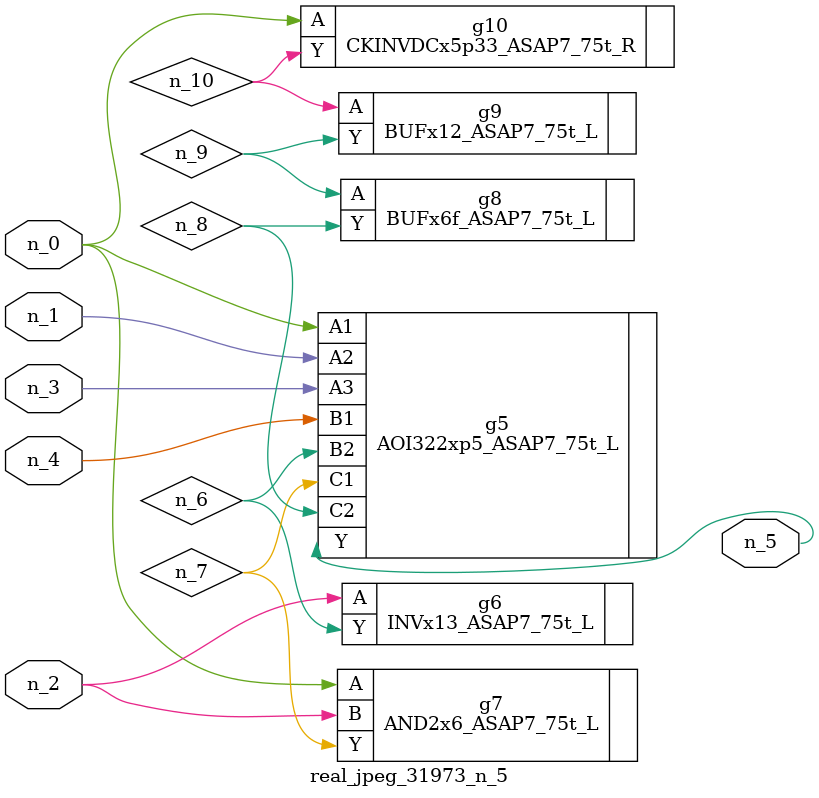
<source format=v>
module real_jpeg_31973_n_5 (n_4, n_0, n_1, n_2, n_3, n_5);

input n_4;
input n_0;
input n_1;
input n_2;
input n_3;

output n_5;

wire n_8;
wire n_6;
wire n_7;
wire n_10;
wire n_9;

AOI322xp5_ASAP7_75t_L g5 ( 
.A1(n_0),
.A2(n_1),
.A3(n_3),
.B1(n_4),
.B2(n_6),
.C1(n_7),
.C2(n_8),
.Y(n_5)
);

AND2x6_ASAP7_75t_L g7 ( 
.A(n_0),
.B(n_2),
.Y(n_7)
);

CKINVDCx5p33_ASAP7_75t_R g10 ( 
.A(n_0),
.Y(n_10)
);

INVx13_ASAP7_75t_L g6 ( 
.A(n_2),
.Y(n_6)
);

BUFx6f_ASAP7_75t_L g8 ( 
.A(n_9),
.Y(n_8)
);

BUFx12_ASAP7_75t_L g9 ( 
.A(n_10),
.Y(n_9)
);


endmodule
</source>
